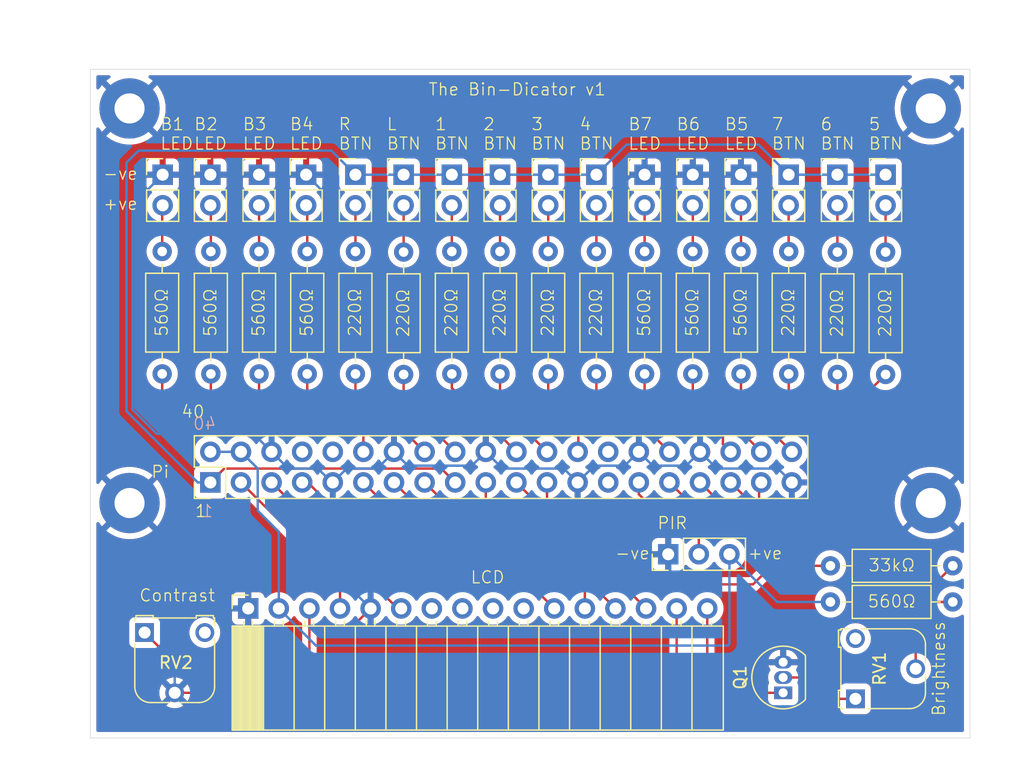
<source format=kicad_pcb>
(kicad_pcb (version 20240108) (generator "pcbnew") (generator_version "8.0")
  (layers (0 "F.Cu" signal) (31 "B.Cu" signal) (34 "B.Paste" user) (35 "F.Paste" user) (36 "B.SilkS" user "B.Silkscreen") (37 "F.SilkS" user "F.Silkscreen") (38 "B.Mask" user) (39 "F.Mask" user) (44 "Edge.Cuts" user))
  (net 0 "")
  (net 1 "/P07")
  (net 2 "/P24")
  (net 3 "/E")
  (net 4 "/DAT")
  (net 5 "/Out")
  (net 6 "/CLK")
  (net 7 "/P20")
  (net 8 "/D4")
  (net 9 "/P18")
  (net 10 "/P15")
  (net 11 "/P16")
  (net 12 "/P26")
  (net 13 "/P12")
  (net 14 "/P21")
  (net 15 "/+5V")
  (net 16 "/P10")
  (net 17 "/D6")
  (net 18 "/P23")
  (net 19 "/+3.3v")
  (net 20 "/D7")
  (net 21 "/P14")
  (net 22 "/P02")
  (net 23 "/D5")
  (net 24 "/P08")
  (net 25 "/K")
  (net 26 "Net-(Q1-B)")
  (net 27 "/A")
  (net 29 "/V0")
  (net 30 "/D3")
  (net 31 "/D2")
  (net 32 "/D1")
  (net 33 "/D0")
  (net 34 "/P19")
  (net 35 "/P25")
  (net 36 "/P13")
  (net 37 "/P05")
  (net 38 "/P11")
  (net 39 "/P06")
  (net 40 "Net-(J7-Pin_2)")
  (net 41 "Net-(J8-Pin_2)")
  (net 42 "Net-(J9-Pin_2)")
  (net 43 "Net-(J10-Pin_2)")
  (net 44 "Net-(J11-Pin_2)")
  (net 45 "Net-(J12-Pin_2)")
  (net 46 "Net-(R6-Pad1)")
  (net 48 "Net-(J14-Pin_2)")
  (net 49 "Net-(J15-Pin_2)")
  (net 50 "Net-(J16-Pin_2)")
  (net 51 "Net-(J6-Pin_2)")
  (net 52 "/GND")
  (net 53 "Net-(J3-Pin_2)")
  (net 54 "Net-(J4-Pin_2)")
  (net 55 "Net-(J5-Pin_2)")
  (net 56 "Net-(J17-Pin_2)")
  (net 57 "Net-(J18-Pin_2)")
  (net 58 "Net-(J19-Pin_2)")
  (footprint "Resistor_THT:R_Axial_DIN0207_L6.3mm_D2.5mm_P10.16mm_Horizontal" (layer "F.Cu") (at 128.5 111.534545 90)
    (property "Reference" "R7" (hide yes))
    (property "Value" "220Ω")
  )
  (footprint "Connector_PinHeader_2.54mm:PinHeader_1x02_P2.54mm_Vertical" (layer "F.Cu") (at 112.5 95)
    (property "Reference" "J3" (hide yes))
    (property "Value" "Bin 1 LED")
  )
  (footprint "Connector_PinSocket_2.54mm:PinSocket_1x16_P2.54mm_Horizontal" (layer "F.Cu") (at 119.6 131 90)
    (property "Reference" "J13" (hide yes))
    (property "Value" "LCD Pins")
  )
  (footprint "Resistor_THT:R_Axial_DIN0207_L6.3mm_D2.5mm_P10.16mm_Horizontal" (layer "F.Cu") (at 136.5 111.534545 90)
    (property "Reference" "R9" (hide yes))
    (property "Value" "220Ω")
  )
  (footprint "Potentiometer_THT:Potentiometer_Runtron_RM-065_Vertical" (layer "F.Cu") (at 170 138.5 90)
    (property "Reference" "RV1")
    (property "Value" "Brightness 10kΩ")
  )
  (footprint "Resistor_THT:R_Axial_DIN0207_L6.3mm_D2.5mm_P10.16mm_Horizontal" (layer "F.Cu") (at 172.5 111.58 90)
    (property "Reference" "R13" (hide yes))
    (property "Value" "220Ω")
  )
  (footprint "Resistor_THT:R_Axial_DIN0207_L6.3mm_D2.5mm_P10.16mm_Horizontal" (layer "F.Cu") (at 152.5 101.374545 -90)
    (property "Reference" "R18" (hide yes))
    (property "Value" "560Ω")
  )
  (footprint "Resistor_THT:R_Axial_DIN0207_L6.3mm_D2.5mm_P10.16mm_Horizontal" (layer "F.Cu") (at 178.08 127.4605 180)
    (property "Reference" "R5" (hide yes))
    (property "Value" "33kΩ")
  )
  (footprint "Connector_PinHeader_2.54mm:PinHeader_1x02_P2.54mm_Vertical" (layer "F.Cu") (at 132.5 95)
    (property "Reference" "J7" (hide yes))
    (property "Value" "Left Button")
  )
  (footprint "Connector_PinHeader_2.54mm:PinHeader_2x20_P2.54mm_Vertical" (layer "F.Cu") (at 116.46 120.54 90)
    (property "Reference" "J1" (hide yes))
    (property "Value" "Raspberry Pi Header")
  )
  (footprint "Connector_PinHeader_2.54mm:PinHeader_1x02_P2.54mm_Vertical" (layer "F.Cu") (at 120.5 95)
    (property "Reference" "J5" (hide yes))
    (property "Value" "Bin 3 LED")
  )
  (footprint "Connector_PinHeader_2.54mm:PinHeader_1x02_P2.54mm_Vertical" (layer "F.Cu") (at 168.5 95)
    (property "Reference" "J15" (hide yes))
    (property "Value" "Bin 6")
  )
  (footprint "Resistor_THT:R_Axial_DIN0207_L6.3mm_D2.5mm_P10.16mm_Horizontal" (layer "F.Cu") (at 132.5 111.58 90)
    (property "Reference" "R8" (hide yes))
    (property "Value" "220Ω")
  )
  (footprint "MountingHole:MountingHole_2.5mm_Pad_TopBottom" (layer "F.Cu") (at 176.25 122.25)
    (property "Reference" "H1" (hide yes))
    (property "Value" "MH")
  )
  (footprint "Connector_PinHeader_2.54mm:PinHeader_1x02_P2.54mm_Vertical" (layer "F.Cu") (at 128.5 95)
    (property "Reference" "J8" (hide yes))
    (property "Value" "Right Button")
  )
  (footprint "Potentiometer_THT:Potentiometer_Runtron_RM-065_Vertical" (layer "F.Cu") (at 111 133)
    (property "Reference" "RV2")
    (property "Value" "Contrast 10KΩ")
  )
  (footprint "Connector_PinHeader_2.54mm:PinHeader_1x02_P2.54mm_Vertical" (layer "F.Cu") (at 148.5 95)
    (property "Reference" "J12" (hide yes))
    (property "Value" "Bin 4")
  )
  (footprint "Connector_PinHeader_2.54mm:PinHeader_1x02_P2.54mm_Vertical" (layer "F.Cu") (at 116.4605 95)
    (property "Reference" "J4" (hide yes))
    (property "Value" "Bin 2 LED")
  )
  (footprint "Resistor_THT:R_Axial_DIN0207_L6.3mm_D2.5mm_P10.16mm_Horizontal" (layer "F.Cu") (at 160.5 101.374545 -90)
    (property "Reference" "R16" (hide yes))
    (property "Value" "560Ω")
  )
  (footprint "Connector_PinHeader_2.54mm:PinHeader_1x02_P2.54mm_Vertical" (layer "F.Cu") (at 124.407143 95)
    (property "Reference" "J6" (hide yes))
    (property "Value" "Bin 4 LED")
  )
  (footprint "Connector_PinHeader_2.54mm:PinHeader_1x03_P2.54mm_Vertical" (layer "F.Cu") (at 154.46 126.5 90)
    (property "Reference" "J2" (hide yes))
    (property "Value" "PIR")
  )
  (footprint "MountingHole:MountingHole_2.5mm_Pad_TopBottom" (layer "F.Cu") (at 109.75 89.5)
    (property "Reference" "H4" (hide yes))
    (property "Value" "MH")
  )
  (footprint "Resistor_THT:R_Axial_DIN0207_L6.3mm_D2.5mm_P10.16mm_Horizontal" (layer "F.Cu") (at 124.5 111.534545 90)
    (property "Reference" "R4" (hide yes))
    (property "Value" "560Ω")
  )
  (footprint "Resistor_THT:R_Axial_DIN0207_L6.3mm_D2.5mm_P10.16mm_Horizontal" (layer "F.Cu") (at 156.5 101.374545 -90)
    (property "Reference" "R17" (hide yes))
    (property "Value" "560Ω")
  )
  (footprint "Resistor_THT:R_Axial_DIN0207_L6.3mm_D2.5mm_P10.16mm_Horizontal" (layer "F.Cu") (at 148.5 111.534545 90)
    (property "Reference" "R12" (hide yes))
    (property "Value" "220Ω")
  )
  (footprint "Resistor_THT:R_Axial_DIN0207_L6.3mm_D2.5mm_P10.16mm_Horizontal" (layer "F.Cu") (at 116.5 111.534545 90)
    (property "Reference" "R2" (hide yes))
    (property "Value" "560Ω")
  )
  (footprint "Resistor_THT:R_Axial_DIN0207_L6.3mm_D2.5mm_P10.16mm_Horizontal" (layer "F.Cu") (at 112.4605 111.53 90)
    (property "Reference" "R1" (hide yes))
    (property "Value" "560Ω")
  )
  (footprint "Connector_PinHeader_2.54mm:PinHeader_1x02_P2.54mm_Vertical" (layer "F.Cu") (at 172.5 95)
    (property "Reference" "J14" (hide yes))
    (property "Value" "Bin 5")
  )
  (footprint "Connector_PinHeader_2.54mm:PinHeader_1x02_P2.54mm_Vertical" (layer "F.Cu") (at 140.5 95)
    (property "Reference" "J10" (hide yes))
    (property "Value" "Bin 2")
  )
  (footprint "Resistor_THT:R_Axial_DIN0207_L6.3mm_D2.5mm_P10.16mm_Horizontal" (layer "F.Cu") (at 120.5 111.534545 90)
    (property "Reference" "R3" (hide yes))
    (property "Value" "560Ω")
  )
  (footprint "Resistor_THT:R_Axial_DIN0207_L6.3mm_D2.5mm_P10.16mm_Horizontal" (layer "F.Cu") (at 164.4605 111.534545 90)
    (property "Reference" "R15" (hide yes))
    (property "Value" "220Ω")
  )
  (footprint "Resistor_THT:R_Axial_DIN0207_L6.3mm_D2.5mm_P10.16mm_Horizontal" (layer "F.Cu") (at 144.5 111.534545 90)
    (property "Reference" "R11" (hide yes))
    (property "Value" "220Ω")
  )
  (footprint "Connector_PinHeader_2.54mm:PinHeader_1x02_P2.54mm_Vertical" (layer "F.Cu") (at 164.454762 95)
    (property "Reference" "J16" (hide yes))
    (property "Value" "Bin 7")
  )
  (footprint "Connector_PinHeader_2.54mm:PinHeader_1x02_P2.54mm_Vertical" (layer "F.Cu") (at 156.5 95)
    (property "Reference" "J18" (hide yes))
    (property "Value" "Bin 6 LED")
  )
  (footprint "Connector_PinHeader_2.54mm:PinHeader_1x02_P2.54mm_Vertical" (layer "F.Cu") (at 144.5 95)
    (property "Reference" "J11" (hide yes))
    (property "Value" "Bin 3")
  )
  (footprint "Resistor_THT:R_Axial_DIN0207_L6.3mm_D2.5mm_P10.16mm_Horizontal" (layer "F.Cu") (at 140.5 111.534545 90)
    (property "Reference" "R10" (hide yes))
    (property "Value" "220Ω")
  )
  (footprint "Package_TO_SOT_THT:TO-92_Inline" (layer "F.Cu") (at 164 138 90)
    (property "Reference" "Q1")
    (property "Value" "BC337")
  )
  (footprint "Resistor_THT:R_Axial_DIN0207_L6.3mm_D2.5mm_P10.16mm_Horizontal" (layer "F.Cu") (at 178.08 130.4605 180)
    (property "Reference" "R6" (hide yes))
    (property "Value" "560Ω")
  )
  (footprint "Connector_PinHeader_2.54mm:PinHeader_1x02_P2.54mm_Vertical" (layer "F.Cu") (at 160.5 95)
    (property "Reference" "J17" (hide yes))
    (property "Value" "Bin 5 LED")
  )
  (footprint "MountingHole:MountingHole_2.5mm_Pad_TopBottom" (layer "F.Cu") (at 176.25 89.5)
    (property "Reference" "H3" (hide yes))
    (property "Value" "MH")
  )
  (footprint "Connector_PinHeader_2.54mm:PinHeader_1x02_P2.54mm_Vertical" (layer "F.Cu") (at 136.5 95)
    (property "Reference" "J9" (hide yes))
    (property "Value" "Bin 1")
  )
  (footprint "Resistor_THT:R_Axial_DIN0207_L6.3mm_D2.5mm_P10.16mm_Horizontal" (layer "F.Cu") (at 168.5 111.58 90)
    (property "Reference" "R14" (hide yes))
    (property "Value" "220Ω")
  )
  (footprint "Connector_PinHeader_2.54mm:PinHeader_1x02_P2.54mm_Vertical" (layer "F.Cu") (at 152.5 95)
    (property "Reference" "J19" (hide yes))
    (property "Value" "Bin 7 LED")
  )
  (footprint "MountingHole:MountingHole_2.5mm_Pad_TopBottom" (layer "F.Cu") (at 109.75 122.25)
    (property "Reference" "H2" (hide yes))
    (property "Value" "MH")
  )
  (gr_rect (start 106.5 86.25) (end 179.5 141.75) (stroke (width 0.05)) (fill none) (layer "Edge.Cuts"))
  (gr_text "1" (at 116.75 123.5 0) (layer "B.SilkS") (effects (font (size 1 1) (thickness 0.1)) (justify left bottom mirror)))
  (gr_text "40" (at 117 116.25 0) (layer "B.SilkS") (effects (font (size 1 1) (thickness 0.1)) (justify left bottom mirror)))
  (gr_text "40" (at 114 115.25 0) (layer "F.SilkS") (effects (font (size 1 1) (thickness 0.1)) (justify left bottom)))
  (gr_text "LCD" (at 138 129 0) (layer "F.SilkS") (effects (font (size 1 1) (thickness 0.1)) (justify left bottom)))
  (gr_text "220Ω" (at 137.0395 108.504545 90) (layer "F.SilkS") (effects (font (size 1 1) (thickness 0.1)) (justify left bottom)))
  (gr_text "B2\nLED" (at 115.053357 93 0) (layer "F.SilkS") (effects (font (size 1 1) (thickness 0.1)) (justify left bottom)))
  (gr_text "220Ω" (at 133.0395 108.55 90) (layer "F.SilkS") (effects (font (size 1 1) (thickness 0.1)) (justify left bottom)))
  (gr_text "B3\nLED" (at 119.092857 93 0) (layer "F.SilkS") (effects (font (size 1 1) (thickness 0.1)) (justify left bottom)))
  (gr_text "5\nBTN" (at 171.045238 93 0) (layer "F.SilkS") (effects (font (size 1 1) (thickness 0.1)) (justify left bottom)))
  (gr_text "560Ω" (at 117.0395 108.504545 90) (layer "F.SilkS") (effects (font (size 1 1) (thickness 0.1)) (justify left bottom)))
  (gr_text "4\nBTN" (at 147.045238 93 0) (layer "F.SilkS") (effects (font (size 1 1) (thickness 0.1)) (justify left bottom)))
  (gr_text "Pi" (at 111.5 120.25 0) (layer "F.SilkS") (effects (font (size 1 1) (thickness 0.1)) (justify left bottom)))
  (gr_text "L\nBTN" (at 131.045238 93 0) (layer "F.SilkS") (effects (font (size 1 1) (thickness 0.1)) (justify left bottom)))
  (gr_text "220Ω" (at 149.0395 108.504545 90) (layer "F.SilkS") (effects (font (size 1 1) (thickness 0.1)) (justify left bottom)))
  (gr_text "220Ω" (at 169.0395 108.55 90) (layer "F.SilkS") (effects (font (size 1 1) (thickness 0.1)) (justify left bottom)))
  (gr_text "B5\nLED" (at 159.092857 93 0) (layer "F.SilkS") (effects (font (size 1 1) (thickness 0.1)) (justify left bottom)))
  (gr_text "220Ω" (at 165 108.504545 90) (layer "F.SilkS") (effects (font (size 1 1) (thickness 0.1)) (justify left bottom)))
  (gr_text "560Ω" (at 161.0395 108.504545 90) (layer "F.SilkS") (effects (font (size 1 1) (thickness 0.1)) (justify left bottom)))
  (gr_text "7\nBTN" (at 163 93 0) (layer "F.SilkS") (effects (font (size 1 1) (thickness 0.1)) (justify left bottom)))
  (gr_text "560Ω" (at 125.0395 108.504545 90) (layer "F.SilkS") (effects (font (size 1 1) (thickness 0.1)) (justify left bottom)))
  (gr_text "The Bin-Dicator v1" (at 134.5 88.5 0) (layer "F.SilkS") (effects (font (size 1 1) (thickness 0.1)) (justify left bottom)))
  (gr_text "1" (at 115.13 123.5 0) (layer "F.SilkS") (effects (font (size 1 1) (thickness 0.1)) (justify left bottom)))
  (gr_text "R\nBTN" (at 127.045238 93 0) (layer "F.SilkS") (effects (font (size 1 1) (thickness 0.1)) (justify left bottom)))
  (gr_text "220Ω" (at 173.0395 108.55 90) (layer "F.SilkS") (effects (font (size 1 1) (thickness 0.1)) (justify left bottom)))
  (gr_text "220Ω" (at 129.0395 108.504545 90) (layer "F.SilkS") (effects (font (size 1 1) (thickness 0.1)) (justify left bottom)))
  (gr_text "560Ω" (at 153.0395 108.504545 90) (layer "F.SilkS") (effects (font (size 1 1) (thickness 0.1)) (justify left bottom)))
  (gr_text "1\nBTN" (at 135.045238 93 0) (layer "F.SilkS") (effects (font (size 1 1) (thickness 0.1)) (justify left bottom)))
  (gr_text "6\nBTN" (at 167.045238 93 0) (layer "F.SilkS") (effects (font (size 1 1) (thickness 0.1)) (justify left bottom)))
  (gr_text "PIR" (at 153.5 124.5 0) (layer "F.SilkS") (effects (font (size 1 1) (thickness 0.1)) (justify left bottom)))
  (gr_text "-ve" (at 107.5 95.5 0) (layer "F.SilkS") (effects (font (size 1 1) (thickness 0.1)) (justify left bottom)))
  (gr_text "Contrast" (at 110.5 130.5 0) (layer "F.SilkS") (effects (font (size 1 1) (thickness 0.1)) (justify left bottom)))
  (gr_text "33kΩ" (at 171.021429 128 0) (layer "F.SilkS") (effects (font (size 1 1) (thickness 0.1)) (justify left bottom)))
  (gr_text "560Ω" (at 170.95 131 0) (layer "F.SilkS") (effects (font (size 1 1) (thickness 0.1)) (justify left bottom)))
  (gr_text "+ve" (at 107.5 98 0) (layer "F.SilkS") (effects (font (size 1 1) (thickness 0.1)) (justify left bottom)))
  (gr_text "B7\nLED" (at 151.092857 93 0) (layer "F.SilkS") (effects (font (size 1 1) (thickness 0.1)) (justify left bottom)))
  (gr_text "B4\nLED" (at 123 93 0) (layer "F.SilkS") (effects (font (size 1 1) (thickness 0.1)) (justify left bottom)))
  (gr_text "560Ω" (at 121.0395 108.504545 90) (layer "F.SilkS") (effects (font (size 1 1) (thickness 0.1)) (justify left bottom)))
  (gr_text "B6\nLED" (at 155.092857 93 0) (layer "F.SilkS") (effects (font (size 1 1) (thickness 0.1)) (justify left bottom)))
  (gr_text "560Ω" (at 157.0395 108.504545 90) (layer "F.SilkS") (effects (font (size 1 1) (thickness 0.1)) (justify left bottom)))
  (gr_text "220Ω" (at 141.0395 108.504545 90) (layer "F.SilkS") (effects (font (size 1 1) (thickness 0.1)) (justify left bottom)))
  (gr_text "B1\nLED" (at 112.25 93 0) (layer "F.SilkS") (effects (font (size 1 1) (thickness 0.1)) (justify left bottom)))
  (gr_text "-ve" (at 150 127 0) (layer "F.SilkS") (effects (font (size 1 1) (thickness 0.1)) (justify left bottom)))
  (gr_text "560Ω" (at 113 108.5 90) (layer "F.SilkS") (effects (font (size 1 1) (thickness 0.1)) (justify left bottom)))
  (gr_text "+ve" (at 161 127 0) (layer "F.SilkS") (effects (font (size 1 1) (thickness 0.1)) (justify left bottom)))
  (gr_text "3\nBTN" (at 143.045238 93 0) (layer "F.SilkS") (effects (font (size 1 1) (thickness 0.1)) (justify left bottom)))
  (gr_text "220Ω" (at 145.0395 108.504545 90) (layer "F.SilkS") (effects (font (size 1 1) (thickness 0.1)) (justify left bottom)))
  (gr_text "Brightness" (at 177.5 140 90) (layer "F.SilkS") (effects (font (size 1 1) (thickness 0.1)) (justify left bottom)))
  (gr_text "2\nBTN" (at 139.045238 93 0) (layer "F.SilkS") (effects (font (size 1 1) (thickness 0.1)) (justify left bottom)))
  (segment (start 141.6 114.6) (end 143 116) (width 0.2) (layer "F.Cu") (net 1))
  (segment (start 140.165685 114.6) (end 141.6 114.6) (width 0.2) (layer "F.Cu") (net 1))
  (segment (start 147 116) (end 147 117.94) (width 0.2) (layer "F.Cu") (net 1))
  (segment (start 147 117.94) (end 146.94 118) (width 0.2) (layer "F.Cu") (net 1))
  (segment (start 139.4 113.834315) (end 140.165685 114.6) (width 0.2) (layer "F.Cu") (net 1))
  (segment (start 139.165686 113.6) (end 139.4 113.834315) (width 0.2) (layer "F.Cu") (net 1))
  (segment (start 132.5 113.1) (end 133 113.6) (width 0.2) (layer "F.Cu") (net 1))
  (segment (start 133 113.6) (end 139.165686 113.6) (width 0.2) (layer "F.Cu") (net 1))
  (segment (start 132.5 111.58) (end 132.5 113.1) (width 0.2) (layer "F.Cu") (net 1))
  (segment (start 143 116) (end 147 116) (width 0.2) (layer "F.Cu") (net 1))
  (segment (start 120.5 111.534545) (end 120.5 114.5) (width 0.2) (layer "F.Cu") (net 2))
  (segment (start 121 115) (end 133.78 115) (width 0.2) (layer "F.Cu") (net 2))
  (segment (start 133.78 115) (end 136.78 118) (width 0.2) (layer "F.Cu") (net 2))
  (segment (start 120.5 114.5) (end 121 115) (width 0.2) (layer "F.Cu") (net 2))
  (segment (start 132 131) (end 132.3 131) (width 0.2) (layer "F.Cu") (net 3))
  (segment (start 121.54 120.54) (end 132 131) (width 0.2) (layer "F.Cu") (net 3))
  (segment (start 145.334314 123.4) (end 145.1 123.165685) (width 0.2) (layer "F.Cu") (net 5))
  (segment (start 157 126.5) (end 157 125) (width 0.2) (layer "F.Cu") (net 5))
  (segment (start 144.485685 123.165685) (end 141.86 120.54) (width 0.2) (layer "F.Cu") (net 5))
  (segment (start 145.4 123.4) (end 145.334314 123.4) (width 0.2) (layer "F.Cu") (net 5))
  (segment (start 155.5 123.5) (end 145.5 123.5) (width 0.2) (layer "F.Cu") (net 5))
  (segment (start 145.1 123.165685) (end 144.485685 123.165685) (width 0.2) (layer "F.Cu") (net 5))
  (segment (start 157 125) (end 155.5 123.5) (width 0.2) (layer "F.Cu") (net 5))
  (segment (start 145.5 123.5) (end 145.4 123.4) (width 0.2) (layer "F.Cu") (net 5))
  (segment (start 147.931371 114.8) (end 148.131371 115) (width 0.2) (layer "F.Cu") (net 7))
  (segment (start 148.131371 115) (end 152.691371 115) (width 0.2) (layer "F.Cu") (net 7))
  (segment (start 145 114.8) (end 147.931371 114.8) (width 0.2) (layer "F.Cu") (net 7))
  (segment (start 153.291371 115.6) (end 159.78 115.6) (width 0.2) (layer "F.Cu") (net 7))
  (segment (start 159.78 115.6) (end 162.18 118) (width 0.2) (layer "F.Cu") (net 7))
  (segment (start 144.5 114.3) (end 145 114.8) (width 0.2) (layer "F.Cu") (net 7))
  (segment (start 144.5 111.534545) (end 144.5 114.3) (width 0.2) (layer "F.Cu") (net 7))
  (segment (start 152.691371 115) (end 153.291371 115.6) (width 0.2) (layer "F.Cu") (net 7))
  (segment (start 141.1 127.1) (end 145 131) (width 0.2) (layer "F.Cu") (net 8))
  (segment (start 124.08 120.54) (end 124.54 120.54) (width 0.2) (layer "F.Cu") (net 8))
  (segment (start 124.54 120.54) (end 131.1 127.1) (width 0.2) (layer "F.Cu") (net 8))
  (segment (start 131.1 127.1) (end 141.1 127.1) (width 0.2) (layer "F.Cu") (net 8))
  (segment (start 112.4605 115.4605) (end 113 116) (width 0.2) (layer "F.Cu") (net 9))
  (segment (start 129.16 116.16) (end 129.16 118) (width 0.2) (layer "F.Cu") (net 9))
  (segment (start 129 116) (end 129.16 116.16) (width 0.2) (layer "F.Cu") (net 9))
  (segment (start 112.4605 111.53) (end 112.4605 115.4605) (width 0.2) (layer "F.Cu") (net 9))
  (segment (start 113 116) (end 129 116) (width 0.2) (layer "F.Cu") (net 9))
  (segment (start 153.125686 116) (end 159 116) (width 0.2) (layer "F.Cu") (net 11))
  (segment (start 140.5 111.534545) (end 140.5 113.3) (width 0.2) (layer "F.Cu") (net 11))
  (segment (start 140.5 113.3) (end 141 113.8) (width 0.2) (layer "F.Cu") (net 11))
  (segment (start 147.765686 115.2) (end 148 115.434315) (width 0.2) (layer "F.Cu") (net 11))
  (segment (start 159 117.36) (end 159.64 118) (width 0.2) (layer "F.Cu") (net 11))
  (segment (start 143.331372 115.2) (end 147.765686 115.2) (width 0.2) (layer "F.Cu") (net 11))
  (segment (start 141.931372 113.8) (end 143.331372 115.2) (width 0.2) (layer "F.Cu") (net 11))
  (segment (start 159 116) (end 159 117.36) (width 0.2) (layer "F.Cu") (net 11))
  (segment (start 152.560001 115.434315) (end 153.125686 116) (width 0.2) (layer "F.Cu") (net 11))
  (segment (start 141 113.8) (end 141.931372 113.8) (width 0.2) (layer "F.Cu") (net 11))
  (segment (start 148 115.434315) (end 152.560001 115.434315) (width 0.2) (layer "F.Cu") (net 11))
  (segment (start 152.5 113.7) (end 153 114.2) (width 0.2) (layer "F.Cu") (net 12))
  (segment (start 160.345686 115.034315) (end 160.58 115.26863) (width 0.2) (layer "F.Cu") (net 12))
  (segment (start 167 121) (end 166 122) (width 0.2) (layer "F.Cu") (net 12))
  (segment (start 162.885686 115.6) (end 163.285686 116) (width 0.2) (layer "F.Cu") (net 12))
  (segment (start 163.285686 116) (end 166 116) (width 0.2) (layer "F.Cu") (net 12))
  (segment (start 166 116) (end 167 117) (width 0.2) (layer "F.Cu") (net 12))
  (segment (start 160.111371 114.8) (end 160.345686 115.034315) (width 0.2) (layer "F.Cu") (net 12))
  (segment (start 167 117) (end 167 121) (width 0.2) (layer "F.Cu") (net 12))
  (segment (start 153.622743 114.8) (end 160.111371 114.8) (width 0.2) (layer "F.Cu") (net 12))
  (segment (start 153.022743 114.2) (end 153.622743 114.8) (width 0.2) (layer "F.Cu") (net 12))
  (segment (start 162 120.72) (end 162.18 120.54) (width 0.2) (layer "F.Cu") (net 12))
  (segment (start 152.5 111.534545) (end 152.5 113.7) (width 0.2) (layer "F.Cu") (net 12))
  (segment (start 166 122) (end 162 122) (width 0.2) (layer "F.Cu") (net 12))
  (segment (start 160.58 115.26863) (end 160.91137 115.6) (width 0.2) (layer "F.Cu") (net 12))
  (segment (start 162 122) (end 162 120.72) (width 0.2) (layer "F.Cu") (net 12))
  (segment (start 153 114.2) (end 153.022743 114.2) (width 0.2) (layer "F.Cu") (net 12))
  (segment (start 160.91137 115.6) (end 162.885686 115.6) (width 0.2) (layer "F.Cu") (net 12))
  (segment (start 136.5 112.7) (end 137 113.2) (width 0.2) (layer "F.Cu") (net 13))
  (segment (start 136.5 111.534545) (end 136.5 112.7) (width 0.2) (layer "F.Cu") (net 13))
  (segment (start 140.33137 114.2) (end 141.765686 114.2) (width 0.2) (layer "F.Cu") (net 13))
  (segment (start 139.331371 113.2) (end 139.565686 113.434316) (width 0.2) (layer "F.Cu") (net 13))
  (segment (start 137 113.2) (end 139.331371 113.2) (width 0.2) (layer "F.Cu") (net 13))
  (segment (start 143.165686 115.6) (end 147.6 115.6) (width 0.2) (layer "F.Cu") (net 13))
  (segment (start 152.56 116) (end 154.56 118) (width 0.2) (layer "F.Cu") (net 13))
  (segment (start 148 116) (end 152.56 116) (width 0.2) (layer "F.Cu") (net 13))
  (segment (start 147.6 115.6) (end 148 116) (width 0.2) (layer "F.Cu") (net 13))
  (segment (start 141.765686 114.2) (end 143.165686 115.6) (width 0.2) (layer "F.Cu") (net 13))
  (segment (start 139.565686 113.434316) (end 140.33137 114.2) (width 0.2) (layer "F.Cu") (net 13))
  (segment (start 160.745685 116) (end 162.72 116) (width 0.2) (layer "F.Cu") (net 14))
  (segment (start 160.18 115.434315) (end 160.745685 116) (width 0.2) (layer "F.Cu") (net 14))
  (segment (start 148.5 114.1) (end 149 114.6) (width 0.2) (layer "F.Cu") (net 14))
  (segment (start 148.5 111.534545) (end 148.5 114.1) (width 0.2) (layer "F.Cu") (net 14))
  (segment (start 152.857057 114.6) (end 153.457057 115.2) (width 0.2) (layer "F.Cu") (net 14))
  (segment (start 159.945686 115.2) (end 160.18 115.434315) (width 0.2) (layer "F.Cu") (net 14))
  (segment (start 153.457057 115.2) (end 159.945686 115.2) (width 0.2) (layer "F.Cu") (net 14))
  (segment (start 162.72 116) (end 164.72 118) (width 0.2) (layer "F.Cu") (net 14))
  (segment (start 149 114.6) (end 152.857057 114.6) (width 0.2) (layer "F.Cu") (net 14))
  (segment (start 159.42 134.08) (end 125.22 134.08) (width 0.2) (layer "B.Cu") (net 15))
  (segment (start 163.5005 130.4605) (end 159.54 126.5) (width 0.2) (layer "B.Cu") (net 15))
  (segment (start 119 118) (end 116.46 118) (width 0.2) (layer "B.Cu") (net 15))
  (segment (start 159.54 133.96) (end 159.42 134.08) (width 0.2) (layer "B.Cu") (net 15))
  (segment (start 167.92 130.4605) (end 163.5005 130.4605) (width 0.2) (layer "B.Cu") (net 15))
  (segment (start 159.54 126.5) (end 159.54 133.96) (width 0.2) (layer "B.Cu") (net 15))
  (segment (start 120.39 119.39) (end 120.39 122.89) (width 0.2) (layer "B.Cu") (net 15))
  (segment (start 120.39 122.89) (end 122.14 124.64) (width 0.2) (layer "B.Cu") (net 15))
  (segment (start 122.14 124.64) (end 122.14 131) (width 0.2) (layer "B.Cu") (net 15))
  (segment (start 119 118) (end 120.39 119.39) (width 0.2) (layer "B.Cu") (net 15))
  (segment (start 125.22 134.08) (end 122.14 131) (width 0.2) (layer "B.Cu") (net 15))
  (segment (start 167.92 127.4605) (end 163.0395 127.4605) (width 0.2) (layer "F.Cu") (net 16))
  (segment (start 163.0395 127.4605) (end 161.5 129) (width 0.2) (layer "F.Cu") (net 16))
  (segment (start 147.685686 125.5) (end 140 125.5) (width 0.2) (layer "F.Cu") (net 16))
  (segment (start 161.5 129) (end 151.185686 129) (width 0.2) (layer "F.Cu") (net 16))
  (segment (start 139.32 124.82) (end 139.32 120.54) (width 0.2) (layer "F.Cu") (net 16))
  (segment (start 151.185686 129) (end 147.685686 125.5) (width 0.2) (layer "F.Cu") (net 16))
  (segment (start 140 125.5) (end 139.32 124.82) (width 0.2) (layer "F.Cu") (net 16))
  (segment (start 131.7 120.54) (end 137.46 126.3) (width 0.2) (layer "F.Cu") (net 17))
  (segment (start 145.38 126.3) (end 150.08 131) (width 0.2) (layer "F.Cu") (net 17))
  (segment (start 137.46 126.3) (end 145.38 126.3) (width 0.2) (layer "F.Cu") (net 17))
  (segment (start 116.5 114.5) (end 117.6 115.6) (width 0.2) (layer "F.Cu") (net 18))
  (segment (start 131.84 115.6) (end 134.24 118) (width 0.2) (layer "F.Cu") (net 18))
  (segment (start 116.5 111.534545) (end 116.5 114.5) (width 0.2) (layer "F.Cu") (net 18))
  (segment (start 117.6 115.6) (end 131.84 115.6) (width 0.2) (layer "F.Cu") (net 18))
  (segment (start 135.63 119.39) (end 136.78 120.54) (width 0.2) (layer "F.Cu") (net 19))
  (segment (start 117.61 119.39) (end 135.63 119.39) (width 0.2) (layer "F.Cu") (net 19))
  (segment (start 116.46 120.54) (end 117.61 119.39) (width 0.2) (layer "F.Cu") (net 19))
  (segment (start 110.5 93) (end 126.5 93) (width 0.2) (layer "B.Cu") (net 19))
  (segment (start 109.5 114.63) (end 109.5 94) (width 0.2) (layer "B.Cu") (net 19))
  (segment (start 148.5 95) (end 128.5 95) (width 0.2) (layer "B.Cu") (net 19))
  (segment (start 126.5 93) (end 128.5 95) (width 0.2) (layer "B.Cu") (net 19))
  (segment (start 161.954762 92.5) (end 164.454762 95) (width 0.2) (layer "B.Cu") (net 19))
  (segment (start 148.5 95) (end 151 92.5) (width 0.2) (layer "B.Cu") (net 19))
  (segment (start 115.41 120.54) (end 109.5 114.63) (width 0.2) (layer "B.Cu") (net 19))
  (segment (start 151 92.5) (end 161.954762 92.5) (width 0.2) (layer "B.Cu") (net 19))
  (segment (start 109.5 94) (end 110.5 93) (width 0.2) (layer "B.Cu") (net 19))
  (segment (start 172.5 95) (end 164.454762 95) (width 0.2) (layer "B.Cu") (net 19))
  (segment (start 116.46 120.54) (end 115.41 120.54) (width 0.2) (layer "B.Cu") (net 19))
  (segment (start 134.24 120.54) (end 139.6 125.9) (width 0.2) (layer "F.Cu") (net 20))
  (segment (start 139.6 125.9) (end 147.52 125.9) (width 0.2) (layer "F.Cu") (net 20))
  (segment (start 147.52 125.9) (end 152.62 131) (width 0.2) (layer "F.Cu") (net 20))
  (segment (start 127.22 128.76) (end 119 120.54) (width 0.2) (layer "F.Cu") (net 22))
  (segment (start 127.22 131) (end 127.22 128.76) (width 0.2) (layer "F.Cu") (net 22))
  (segment (start 147.54 129.24) (end 147.54 131) (width 0.2) (layer "F.Cu") (net 23))
  (segment (start 135.32 126.7) (end 145 126.7) (width 0.2) (layer "F.Cu") (net 23))
  (segment (start 145 126.7) (end 147.54 129.24) (width 0.2) (layer "F.Cu") (net 23))
  (segment (start 129.16 120.54) (end 135.32 126.7) (width 0.2) (layer "F.Cu") (net 23))
  (segment (start 128.5 113.5) (end 129 114) (width 0.2) (layer "F.Cu") (net 24))
  (segment (start 139 114) (end 140 115) (width 0.2) (layer "F.Cu") (net 24))
  (segment (start 129 114) (end 139 114) (width 0.2) (layer "F.Cu") (net 24))
  (segment (start 128.5 111.534545) (end 128.5 113.5) (width 0.2) (layer "F.Cu") (net 24))
  (segment (start 140 115) (end 141.4 115) (width 0.2) (layer "F.Cu") (net 24))
  (segment (start 141.4 115) (end 144.4 118) (width 0.2) (layer "F.Cu") (net 24))
  (segment (start 157.7 136.2) (end 159.5 138) (width 0.2) (layer "F.Cu") (net 25))
  (segment (start 157.7 131) (end 157.7 136.2) (width 0.2) (layer "F.Cu") (net 25))
  (segment (start 159.5 138) (end 164 138) (width 0.2) (layer "F.Cu") (net 25))
  (segment (start 168.8105 136.73) (end 178.08 127.4605) (width 0.2) (layer "F.Cu") (net 26))
  (segment (start 164 136.73) (end 168.8105 136.73) (width 0.2) (layer "F.Cu") (net 26))
  (segment (start 155.16 136.66) (end 155.16 131) (width 0.2) (layer "F.Cu") (net 27))
  (segment (start 158.5 140) (end 155.16 136.66) (width 0.2) (layer "F.Cu") (net 27))
  (segment (start 168 138.5) (end 166.5 140) (width 0.2) (layer "F.Cu") (net 27))
  (segment (start 166.5 140) (end 158.5 140) (width 0.2) (layer "F.Cu") (net 27))
  (segment (start 170 138.5) (end 168 138.5) (width 0.2) (layer "F.Cu") (net 27))
  (segment (start 111 133) (end 113 135) (width 0.2) (layer "F.Cu") (net 29))
  (segment (start 113 135) (end 113 135.5) (width 0.2) (layer "F.Cu") (net 29))
  (segment (start 113 135.5) (end 124.5 135.5) (width 0.2) (layer "F.Cu") (net 29))
  (segment (start 124.5 135.5) (end 124.68 135.32) (width 0.2) (layer "F.Cu") (net 29))
  (segment (start 124.68 135.32) (end 124.68 131) (width 0.2) (layer "F.Cu") (net 29))
  (segment (start 161.5 122.4) (end 159.64 120.54) (width 0.2) (layer "F.Cu") (net 34))
  (segment (start 166.165686 115.6) (end 167.4 116.834314) (width 0.2) (layer "F.Cu") (net 34))
  (segment (start 160.4 114.4) (end 161.2 115.2) (width 0.2) (layer "F.Cu") (net 34))
  (segment (start 163.6 115.6) (end 166.165686 115.6) (width 0.2) (layer "F.Cu") (net 34))
  (segment (start 156.5 111.534545) (end 156.5 113.9) (width 0.2) (layer "F.Cu") (net 34))
  (segment (start 166.165685 122.4) (end 161.5 122.4) (width 0.2) (layer "F.Cu") (net 34))
  (segment (start 167.4 121.165685) (end 166.165685 122.4) (width 0.2) (layer "F.Cu") (net 34))
  (segment (start 156.5 113.9) (end 157 114.4) (width 0.2) (layer "F.Cu") (net 34))
  (segment (start 157 114.4) (end 160.4 114.4) (width 0.2) (layer "F.Cu") (net 34))
  (segment (start 163.2 115.2) (end 163.6 115.6) (width 0.2) (layer "F.Cu") (net 34))
  (segment (start 161.2 115.2) (end 163.2 115.2) (width 0.2) (layer "F.Cu") (net 34))
  (segment (start 167.4 116.834314) (end 167.4 121.165685) (width 0.2) (layer "F.Cu") (net 34))
  (segment (start 140 116) (end 140 116.14) (width 0.2) (layer "F.Cu") (net 35))
  (segment (start 124.5 114.1) (end 125 114.6) (width 0.2) (layer "F.Cu") (net 35))
  (segment (start 138.6 114.6) (end 140 116) (width 0.2) (layer "F.Cu") (net 35))
  (segment (start 125 114.6) (end 138.6 114.6) (width 0.2) (layer "F.Cu") (net 35))
  (segment (start 124.5 111.534545) (end 124.5 114.1) (width 0.2) (layer "F.Cu") (net 35))
  (segment (start 140 116.14) (end 141.86 118) (width 0.2) (layer "F.Cu") (net 35))
  (segment (start 163.6 114.8) (end 164 115.2) (width 0.2) (layer "F.Cu") (net 36))
  (segment (start 159.56 123) (end 157.1 120.54) (width 0.2) (layer "F.Cu") (net 36))
  (segment (start 166.565686 115.434315) (end 168 116.868629) (width 0.2) (layer "F.Cu") (net 36))
  (segment (start 160.5 113.934314) (end 161.365686 114.8) (width 0.2) (layer "F.Cu") (net 36))
  (segment (start 166.331372 115.2) (end 166.565686 115.434315) (width 0.2) (layer "F.Cu") (net 36))
  (segment (start 160.5 111.534545) (end 160.5 113.934314) (width 0.2) (layer "F.Cu") (net 36))
  (segment (start 161.365686 114.8) (end 163.6 114.8) (width 0.2) (layer "F.Cu") (net 36))
  (segment (start 168 121.13137) (end 166.13137 123) (width 0.2) (layer "F.Cu") (net 36))
  (segment (start 164 115.2) (end 166.331372 115.2) (width 0.2) (layer "F.Cu") (net 36))
  (segment (start 166.13137 123) (end 159.56 123) (width 0.2) (layer "F.Cu") (net 36))
  (segment (start 168 116.868629) (end 168 121.13137) (width 0.2) (layer "F.Cu") (net 36))
  (segment (start 152.02 121.52) (end 152.02 120.54) (width 0.2) (layer "F.Cu") (net 37))
  (segment (start 153 122.5) (end 152.02 121.52) (width 0.2) (layer "F.Cu") (net 37))
  (segment (start 168.5 116.237257) (end 168.8 116.537257) (width 0.2) (layer "F.Cu") (net 37))
  (segment (start 168.565685 121.934315) (end 166.5 124) (width 0.2) (layer "F.Cu") (net 37))
  (segment (start 166.5 124) (end 157.454314 124) (width 0.2) (layer "F.Cu") (net 37))
  (segment (start 157.454314 124) (end 155.954314 122.5) (width 0.2) (layer "F.Cu") (net 37))
  (segment (start 168.565685 121.697056) (end 168.565685 121.934315) (width 0.2) (layer "F.Cu") (net 37))
  (segment (start 168.5 111.58) (end 168.5 116.237257) (width 0.2) (layer "F.Cu") (net 37))
  (segment (start 168.8 116.537257) (end 168.8 121.462742) (width 0.2) (layer "F.Cu") (net 37))
  (segment (start 168.8 121.462742) (end 168.565685 121.697056) (width 0.2) (layer "F.Cu") (net 37))
  (segment (start 155.954314 122.5) (end 153 122.5) (width 0.2) (layer "F.Cu") (net 37))
  (segment (start 155.888628 123) (end 145.5 123) (width 0.2) (layer "F.Cu") (net 38))
  (segment (start 169.5 115.5) (end 169.2 115.8) (width 0.2) (layer "F.Cu") (net 38))
  (segment (start 166.565686 124.5) (end 157.388628 124.5) (width 0.2) (layer "F.Cu") (net 38))
  (segment (start 169.199999 121.865687) (end 166.565686 124.5) (width 0.2) (layer "F.Cu") (net 38))
  (segment (start 157.388628 124.5) (end 155.888628 123) (width 0.2) (layer "F.Cu") (net 38))
  (segment (start 169.2 121.3) (end 169.199999 121.500001) (width 0.2) (layer "F.Cu") (net 38))
  (segment (start 169.2 115.8) (end 169.2 121.3) (width 0.2) (layer "F.Cu") (net 38))
  (segment (start 169.199999 121.500001) (end 169.199999 121.865687) (width 0.2) (layer "F.Cu") (net 38))
  (segment (start 169.5 114.58) (end 169.5 115.5) (width 0.2) (layer "F.Cu") (net 38))
  (segment (start 145.5 123) (end 144.4 121.9) (width 0.2) (layer "F.Cu") (net 38))
  (segment (start 144.4 121.9) (end 144.4 120.54) (width 0.2) (layer "F.Cu") (net 38))
  (segment (start 172.5 111.58) (end 169.5 114.58) (width 0.2) (layer "F.Cu") (net 38))
  (segment (start 168.4 121.297056) (end 166.297056 123.4) (width 0.2) (layer "F.Cu") (net 39))
  (segment (start 166.497057 114.8) (end 168.4 116.702943) (width 0.2) (layer "F.Cu") (net 39))
  (segment (start 164.4605 111.534545) (end 164.4605 114.2605) (width 0.2) (layer "F.Cu") (net 39))
  (segment (start 166.297056 123.4) (end 157.42 123.4) (width 0.2) (layer "F.Cu") (net 39))
  (segment (start 157.42 123.4) (end 154.56 120.54) (width 0.2) (layer "F.Cu") (net 39))
  (segment (start 168.4 116.702943) (end 168.4 121.297056) (width 0.2) (layer "F.Cu") (net 39))
  (segment (start 165 114.8) (end 166.497057 114.8) (width 0.2) (layer "F.Cu") (net 39))
  (segment (start 164.4605 114.2605) (end 165 114.8) (width 0.2) (layer "F.Cu") (net 39))
  (segment (start 132.5 101.42) (end 132.5 97.54) (width 0.2) (layer "F.Cu") (net 40))
  (segment (start 128.5 101.374545) (end 128.5 97.54) (width 0.2) (layer "F.Cu") (net 41))
  (segment (start 136.5 101.374545) (end 136.5 97.54) (width 0.2) (layer "F.Cu") (net 42))
  (segment (start 140.5 101.374545) (end 140.5 97.54) (width 0.2) (layer "F.Cu") (net 43))
  (segment (start 144.5 101.374545) (end 144.5 97.54) (width 0.2) (layer "F.Cu") (net 44))
  (segment (start 148.5 101.374545) (end 148.5 97.54) (width 0.2) (layer "F.Cu") (net 45))
  (segment (start 176.5395 130.4605) (end 178.08 130.4605) (width 0.2) (layer "F.Cu") (net 46))
  (segment (start 175 132) (end 176.5395 130.4605) (width 0.2) (layer "F.Cu") (net 46))
  (segment (start 175 136) (end 175 132) (width 0.2) (layer "F.Cu") (net 46))
  (segment (start 172.5 101.42) (end 172.5 97.54) (width 0.2) (layer "F.Cu") (net 48))
  (segment (start 168.5 101.42) (end 168.5 97.54) (width 0.2) (layer "F.Cu") (net 49))
  (segment (start 164.454762 101.368807) (end 164.4605 101.374545) (width 0.2) (layer "F.Cu") (net 50))
  (segment (start 164.454762 97.54) (end 164.454762 101.368807) (width 0.2) (layer "F.Cu") (net 50))
  (segment (start 124.5 97.632857) (end 124.407143 97.54) (width 0.2) (layer "F.Cu") (net 51))
  (segment (start 124.5 101.374545) (end 124.5 97.632857) (width 0.2) (layer "F.Cu") (net 51))
  (segment (start 152.5 95) (end 160.5 95) (width 0.2) (layer "F.Cu") (net 52))
  (segment (start 129.76 131) (end 122.76 138) (width 0.2) (layer "F.Cu") (net 52))
  (segment (start 122.76 138) (end 113.5 138) (width 0.2) (layer "F.Cu") (net 52))
  (segment (start 130.31 119.39) (end 127.77 119.39) (width 0.2) (layer "B.Cu") (net 52))
  (segment (start 138.17 119.15) (end 132.85 119.15) (width 0.2) (layer "B.Cu") (net 52))
  (segment (start 113.5 132.5) (end 115 131) (width 0.2) (layer "B.Cu") (net 52))
  (segment (start 152.02 118) (end 152 118) (width 0.2) (layer "B.Cu") (net 52))
  (segment (start 121.54 118) (end 120.04 116.5) (width 0.2) (layer "B.Cu") (net 52))
  (segment (start 126.62 127.86) (end 129.76 131) (width 0.2) (layer "B.Cu") (net 52))
  (segment (start 151.5 95) (end 152.5 95) (width 0.2) (layer "B.Cu") (net 52))
  (segment (start 127.77 119.39) (end 126.62 120.54) (width 0.2) (layer "B.Cu") (net 52))
  (segment (start 110 97.5) (end 112.5 95) (width 0.2) (layer "B.Cu") (net 52))
  (segment (start 148.33 119.15) (end 146.94 120.54) (width 0.2) (layer "B.Cu") (net 52))
  (segment (start 164.72 120.54) (end 163.57 119.39) (width 0.2) (layer "B.Cu") (net 52))
  (segment (start 164 135.46) (end 116.04 135.46) (width 0.2) (layer "B.Cu") (net 52))
  (segment (start 150.5 96) (end 151.5 95) (width 0.2) (layer "B.Cu") (net 52))
  (segment (start 157.1 118) (end 155.95 119.15) (width 0.2) (layer "B.Cu") (net 52))
  (segment (start 126.62 120.54) (end 126.62 127.86) (width 0.2) (layer "B.Cu") (net 52))
  (segment (start 146.94 120.54) (end 145.79 119.39) (width 0.2) (layer "B.Cu") (net 52))
  (segment (start 146.94 123.94) (end 149.5 126.5) (width 0.2) (layer "B.Cu") (net 52))
  (segment (start 113.5 138) (end 113.5 132.5) (width 0.2) (layer "B.Cu") (net 52))
  (segment (start 126.62 120.54) (end 126.54 120.54) (width 0.2) (layer "B.Cu") (net 52))
  (segment (start 124.407143 95) (end 126.5 97.092857) (width 0.2) (layer "B.Cu") (net 52))
  (segment (start 146.94 120.54) (end 146.94 123.94) (width 0.2) (layer "B.Cu") (net 52))
  (segment (start 158.49 119.39) (end 157.1 118) (width 0.2) (layer "B.Cu") (net 52))
  (segment (start 140.71 119.39) (end 139.32 118) (width 0.2) (layer "B.Cu") (net 52))
  (segment (start 132.85 119.15) (end 131.7 118) (width 0.2) (layer "B.Cu") (net 52))
  (segment (start 152 118) (end 150.85 119.15) (width 0.2) (layer "B.Cu") (net 52))
  (segment (start 112 116.5) (end 110 114.5) (width 0.2) (layer "B.Cu") (net 52))
  (segment (start 150.85 119.15) (end 148.33 119.15) (width 0.2) (layer "B.Cu") (net 52))
  (segment (start 139.32 118) (end 138.17 119.15) (width 0.2) (layer "B.Cu") (net 52))
  (segment (start 116.04 135.46) (end 113.5 138) (width 0.2) (layer "B.Cu") (net 52))
  (segment (start 110 114.5) (end 110 97.5) (width 0.2) (layer "B.Cu") (net 52))
  (segment (start 149.5 126.5) (end 154.46 126.5) (width 0.2) (layer "B.Cu") (net 52))
  (segment (start 126.5 99) (end 127.5 100) (width 0.2) (layer "B.Cu") (net 52))
  (segment (start 126.5 97.092857) (end 126.5 99) (width 0.2) (layer "B.Cu") (net 52))
  (segment (start 145.79 119.39) (end 140.71 119.39) (width 0.2) (layer "B.Cu") (net 52))
  (segment (start 125.39 119.39) (end 122.93 119.39) (width 0.2) (layer "B.Cu") (net 52))
  (segment (start 131.7 118) (end 130.31 119.39) (width 0.2) (layer "B.Cu") (net 52))
  (segment (start 155.95 119.15) (end 153.17 119.15) (width 0.2) (layer "B.Cu") (net 52))
  (segment (start 122.93 119.39) (end 121.54 118) (width 0.2) (layer "B.Cu") (net 52))
  (segment (start 127.5 100) (end 149 100) (width 0.2) (layer "B.Cu") (net 52))
  (segment (start 124.407143 95) (end 112.5 95) (width 0.2) (layer "B.Cu") (net 52))
  (segment (start 163.57 119.39) (end 158.49 119.39) (width 0.2) (layer "B.Cu") (net 52))
  (segment (start 126.54 120.54) (end 125.39 119.39) (width 0.2) (layer "B.Cu") (net 52))
  (segment (start 149 100) (end 150.5 98.5) (width 0.2) (layer "B.Cu") (net 52))
  (segment (start 120.04 116.5) (end 112 116.5) (width 0.2) (layer "B.Cu") (net 52))
  (segment (start 115 131) (end 119.6 131) (width 0.2) (layer "B.Cu") (net 52))
  (segment (start 150.5 98.5) (end 150.5 96) (width 0.2) (layer "B.Cu") (net 52))
  (segment (start 153.17 119.15) (end 152.02 118) (width 0.2) (layer "B.Cu") (net 52))
  (segment (start 112.4605 101.37) (end 112.4605 97.5795) (width 0.2) (layer "F.Cu") (net 53))
  (segment (start 112.4605 97.5795) (end 112.5 97.54) (width 0.2) (layer "F.Cu") (net 53))
  (segment (start 116.5 101.374545) (end 116.5 97.5795) (width 0.2) (layer "F.Cu") (net 54))
  (segment (start 116.5 97.5795) (end 116.4605 97.54) (width 0.2) (layer "F.Cu") (net 54))
  (segment (start 120.5 101.374545) (end 120.5 97.54) (width 0.2) (layer "F.Cu") (net 55))
  (segment (start 160.5 97.54) (end 160.5 101.374545) (width 0.2) (layer "F.Cu") (net 56))
  (segment (start 156.5 101.374545) (end 156.5 97.54) (width 0.2) (layer "F.Cu") (net 57))
  (segment (start 152.5 97.54) (end 152.5 101.374545) (width 0.2) (layer "F.Cu") (net 58))
  (zone (net 52) (net_name "/GND") (layers "F&B.Cu") (connect_pads (clearance 0.5)) (min_thickness 0.25) (fill yes (thermal_gap 0.5) (thermal_bridge_width 0.5))
    (polygon (pts (xy 99 81.25) (xy 183.25 80.5) (xy 184 145) (xy 100.25 145.5)))
  )
)
</source>
